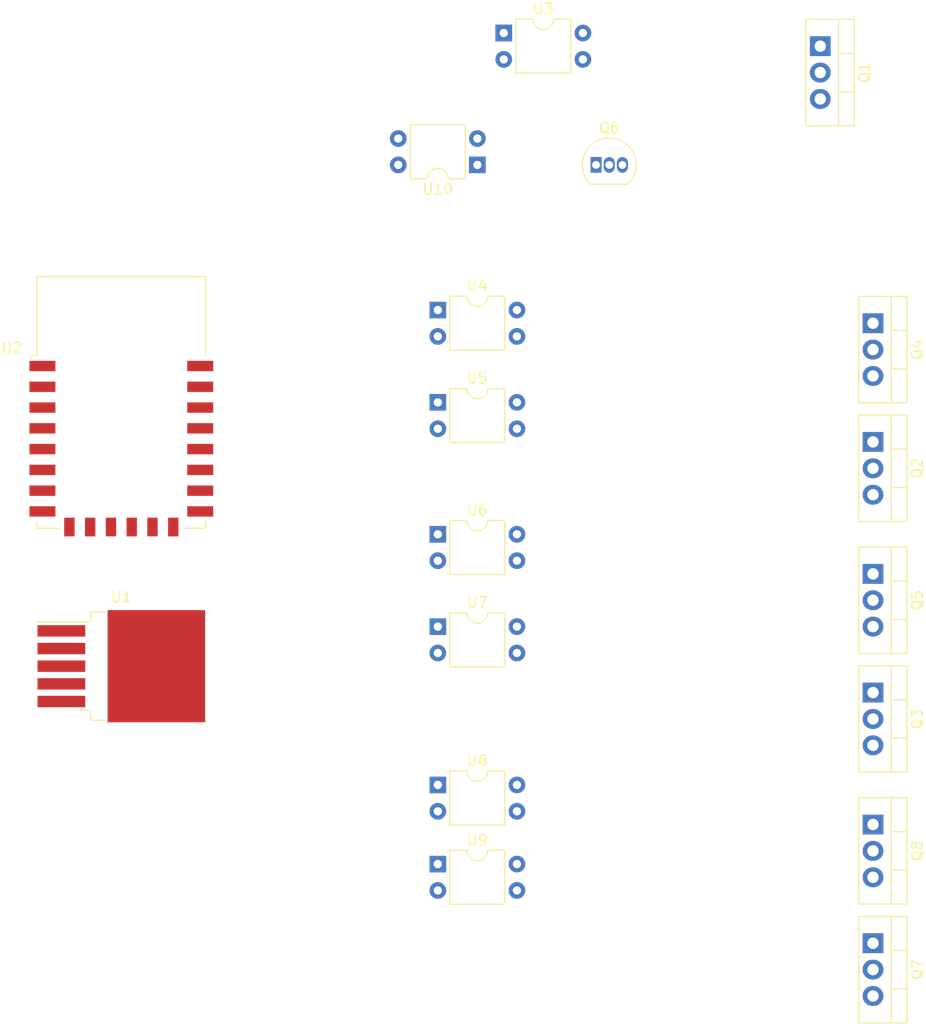
<source format=kicad_pcb>
(kicad_pcb (version 20211014) (generator pcbnew)
  (layers (0 "F.Cu" signal) (31 "B.Cu" signal) (34 "B.Paste" user) (35 "F.Paste" user) (36 "B.SilkS" user "B.Silkscreen") (37 "F.SilkS" user "F.Silkscreen") (38 "B.Mask" user) (39 "F.Mask" user) (44 "Edge.Cuts" user))
  (net 0 "")
  (net 1 "GND")
  (net 2 "Net-(D1-Pad2)")
  (net 3 "Net-(Q1-Pad1)")
  (net 4 "Net-(J1-Pad1)")
  (net 5 "Net-(Q2-Pad1)")
  (net 6 "Net-(Q3-Pad3)")
  (net 7 "Net-(J1-Pad2)")
  (net 8 "Net-(Q3-Pad1)")
  (net 9 "+12V")
  (net 10 "Net-(Q4-Pad1)")
  (net 11 "Net-(Q5-Pad1)")
  (net 12 "Net-(Q6-Pad1)")
  (net 13 "Net-(Q6-Pad3)")
  (net 14 "Net-(Q6-Pad2)")
  (net 15 "Net-(J1-Pad3)")
  (net 16 "Net-(Q7-Pad1)")
  (net 17 "Net-(Q8-Pad1)")
  (net 18 "Net-(U1-Pad5)")
  (net 19 "Net-(U1-Pad4)")
  (net 20 "+5V")
  (net 21 "Net-(U2-Pad22)")
  (net 22 "Net-(U2-Pad21)")
  (net 23 "Net-(U2-Pad20)")
  (net 24 "Net-(U2-Pad19)")
  (net 25 "Net-(U2-Pad18)")
  (net 26 "Net-(U10-Pad4)")
  (net 27 "Net-(U2-Pad16)")
  (net 28 "Net-(U2-Pad14)")
  (net 29 "Net-(U2-Pad13)")
  (net 30 "Net-(U2-Pad12)")
  (net 31 "Net-(U2-Pad11)")
  (net 32 "Net-(U2-Pad10)")
  (net 33 "Net-(U2-Pad9)")
  (net 34 "Net-(U2-Pad7)")
  (net 35 "Net-(U2-Pad6)")
  (net 36 "Net-(U2-Pad5)")
  (net 37 "Net-(U2-Pad4)")
  (net 38 "Net-(U2-Pad3)")
  (net 39 "Net-(U2-Pad2)")
  (net 40 "Net-(U2-Pad1)")
  (net 41 "Net-(R1-Pad2)")
  (net 42 "Net-(R8-Pad2)")
  (net 43 "Net-(R7-Pad2)")
  (net 44 "Net-(R9-Pad2)")
  (net 45 "Net-(R2-Pad2)")
  (net 46 "Net-(R10-Pad2)")
  (net 47 "Net-(R3-Pad2)")
  (net 48 "Net-(R11-Pad2)")
  (net 49 "Net-(R4-Pad2)")
  (net 50 "Net-(R12-Pad2)")
  (net 51 "Net-(R5-Pad2)")
  (net 52 "Net-(R13-Pad2)")
  (net 53 "Net-(R6-Pad2)")
  (footprint "Package_TO_SOT_THT:TO-220-3_Vertical" (layer "F.Cu") (at 154.94 43.18 -90)
    (fp_text reference "Q1" (at 2.54 -4.27 90) (layer "F.SilkS"))
    (fp_text value "IRF3205")
    (fp_line (start -2.58 -3.27) (end 7.66 -3.27) (layer "F.SilkS") (width 0.12))
    (fp_line (start -2.58 1.371) (end 7.66 1.371) (layer "F.SilkS") (width 0.12))
    (fp_line (start 7.66 -3.27) (end 7.66 1.371) (layer "F.SilkS") (width 0.12))
    (fp_line (start -2.58 -1.76) (end 7.66 -1.76) (layer "F.SilkS") (width 0.12))
    (fp_line (start 4.391 -3.27) (end 4.391 -1.76) (layer "F.SilkS") (width 0.12))
    (fp_line (start -2.58 -3.27) (end -2.58 1.371) (layer "F.SilkS") (width 0.12))
    (fp_line (start 0.69 -3.27) (end 0.69 -1.76) (layer "F.SilkS") (width 0.12))
    (pad "1" thru_hole rect locked (at 0 0 270) (size 1.905 2) (drill 1.1) (layers *.Cu *.Mask) (net 3 "Net-(Q1-Pad1)"))
    (pad "2" thru_hole oval locked (at 2.54 0 270) (size 1.905 2) (drill 1.1) (layers *.Cu *.Mask) (net 2 "Net-(D1-Pad2)"))
    (pad "3" thru_hole oval locked (at 5.08 0 270) (size 1.905 2) (drill 1.1) (layers *.Cu *.Mask) (net 1 "GND"))
  )
  (footprint "Package_TO_SOT_THT:TO-220-3_Vertical" (layer "F.Cu") (at 160.02 81.28 -90)
    (fp_text reference "Q2" (at 2.54 -4.27 90) (layer "F.SilkS"))
    (fp_text value "IRF3205")
    (fp_line (start 0.69 -3.27) (end 0.69 -1.76) (layer "F.SilkS") (width 0.12))
    (fp_line (start -2.58 -3.27) (end -2.58 1.371) (layer "F.SilkS") (width 0.12))
    (fp_line (start -2.58 1.371) (end 7.66 1.371) (layer "F.SilkS") (width 0.12))
    (fp_line (start 7.66 -3.27) (end 7.66 1.371) (layer "F.SilkS") (width 0.12))
    (fp_line (start -2.58 -3.27) (end 7.66 -3.27) (layer "F.SilkS") (width 0.12))
    (fp_line (start 4.391 -3.27) (end 4.391 -1.76) (layer "F.SilkS") (width 0.12))
    (fp_line (start -2.58 -1.76) (end 7.66 -1.76) (layer "F.SilkS") (width 0.12))
    (pad "1" thru_hole rect locked (at 0 0 270) (size 1.905 2) (drill 1.1) (layers *.Cu *.Mask) (net 5 "Net-(Q2-Pad1)"))
    (pad "2" thru_hole oval locked (at 2.54 0 270) (size 1.905 2) (drill 1.1) (layers *.Cu *.Mask) (net 4 "Net-(J1-Pad1)"))
    (pad "3" thru_hole oval locked (at 5.08 0 270) (size 1.905 2) (drill 1.1) (layers *.Cu *.Mask) (net 1 "GND"))
  )
  (footprint "Package_TO_SOT_THT:TO-220-3_Vertical" (layer "F.Cu") (at 160.02 105.41 -90)
    (fp_text reference "Q3" (at 2.54 -4.27 90) (layer "F.SilkS"))
    (fp_text value "IRF3205")
    (fp_line (start -2.58 -1.76) (end 7.66 -1.76) (layer "F.SilkS") (width 0.12))
    (fp_line (start 4.391 -3.27) (end 4.391 -1.76) (layer "F.SilkS") (width 0.12))
    (fp_line (start -2.58 1.371) (end 7.66 1.371) (layer "F.SilkS") (width 0.12))
    (fp_line (start -2.58 -3.27) (end -2.58 1.371) (layer "F.SilkS") (width 0.12))
    (fp_line (start 0.69 -3.27) (end 0.69 -1.76) (layer "F.SilkS") (width 0.12))
    (fp_line (start -2.58 -3.27) (end 7.66 -3.27) (layer "F.SilkS") (width 0.12))
    (fp_line (start 7.66 -3.27) (end 7.66 1.371) (layer "F.SilkS") (width 0.12))
    (pad "1" thru_hole rect locked (at 0 0 270) (size 1.905 2) (drill 1.1) (layers *.Cu *.Mask) (net 8 "Net-(Q3-Pad1)"))
    (pad "2" thru_hole oval locked (at 2.54 0 270) (size 1.905 2) (drill 1.1) (layers *.Cu *.Mask) (net 7 "Net-(J1-Pad2)"))
    (pad "3" thru_hole oval locked (at 5.08 0 270) (size 1.905 2) (drill 1.1) (layers *.Cu *.Mask) (net 6 "Net-(Q3-Pad3)"))
  )
  (footprint "Package_TO_SOT_THT:TO-220-3_Vertical" (layer "F.Cu") (at 160.02 69.85 -90)
    (fp_text reference "Q4" (at 2.54 -4.27 90) (layer "F.SilkS"))
    (fp_text value "IRF3205")
    (fp_line (start -2.58 1.371) (end 7.66 1.371) (layer "F.SilkS") (width 0.12))
    (fp_line (start -2.58 -3.27) (end -2.58 1.371) (layer "F.SilkS") (width 0.12))
    (fp_line (start -2.58 -1.76) (end 7.66 -1.76) (layer "F.SilkS") (width 0.12))
    (fp_line (start 7.66 -3.27) (end 7.66 1.371) (layer "F.SilkS") (width 0.12))
    (fp_line (start 0.69 -3.27) (end 0.69 -1.76) (layer "F.SilkS") (width 0.12))
    (fp_line (start -2.58 -3.27) (end 7.66 -3.27) (layer "F.SilkS") (width 0.12))
    (fp_line (start 4.391 -3.27) (end 4.391 -1.76) (layer "F.SilkS") (width 0.12))
    (pad "1" thru_hole rect locked (at 0 0 270) (size 1.905 2) (drill 1.1) (layers *.Cu *.Mask) (net 10 "Net-(Q4-Pad1)"))
    (pad "2" thru_hole oval locked (at 2.54 0 270) (size 1.905 2) (drill 1.1) (layers *.Cu *.Mask) (net 9 "+12V"))
    (pad "3" thru_hole oval locked (at 5.08 0 270) (size 1.905 2) (drill 1.1) (layers *.Cu *.Mask) (net 4 "Net-(J1-Pad1)"))
  )
  (footprint "Package_TO_SOT_THT:TO-220-3_Vertical" (layer "F.Cu") (at 160.02 93.98 -90)
    (fp_text reference "Q5" (at 2.54 -4.27 90) (layer "F.SilkS"))
    (fp_text value "IRF3205")
    (fp_line (start -2.58 -1.76) (end 7.66 -1.76) (layer "F.SilkS") (width 0.12))
    (fp_line (start -2.58 1.371) (end 7.66 1.371) (layer "F.SilkS") (width 0.12))
    (fp_line (start -2.58 -3.27) (end 7.66 -3.27) (layer "F.SilkS") (width 0.12))
    (fp_line (start 4.391 -3.27) (end 4.391 -1.76) (layer "F.SilkS") (width 0.12))
    (fp_line (start -2.58 -3.27) (end -2.58 1.371) (layer "F.SilkS") (width 0.12))
    (fp_line (start 7.66 -3.27) (end 7.66 1.371) (layer "F.SilkS") (width 0.12))
    (fp_line (start 0.69 -3.27) (end 0.69 -1.76) (layer "F.SilkS") (width 0.12))
    (pad "1" thru_hole rect locked (at 0 0 270) (size 1.905 2) (drill 1.1) (layers *.Cu *.Mask) (net 11 "Net-(Q5-Pad1)"))
    (pad "2" thru_hole oval locked (at 2.54 0 270) (size 1.905 2) (drill 1.1) (layers *.Cu *.Mask) (net 9 "+12V"))
    (pad "3" thru_hole oval locked (at 5.08 0 270) (size 1.905 2) (drill 1.1) (layers *.Cu *.Mask) (net 7 "Net-(J1-Pad2)"))
  )
  (footprint "Package_TO_SOT_THT:TO-92_Inline" (layer "F.Cu") (at 133.35 54.61)
    (fp_text reference "Q6" (at 1.27 -3.56) (layer "F.SilkS"))
    (fp_text value "2N7000")
    (fp_line (start -0.53 1.85) (end 3.07 1.85) (layer "F.SilkS") (width 0.12))
    (fp_arc (start -0.568478 1.838478) (mid -1.132087 -0.994977) (end 1.27 -2.6) (layer "F.SilkS") (width 0.12))
    (fp_arc (start 1.27 -2.6) (mid 3.672087 -0.994977) (end 3.108478 1.838478) (layer "F.SilkS") (width 0.12))
    (pad "1" thru_hole rect locked (at 0 0) (size 1.05 1.5) (drill 0.75) (layers *.Cu *.Mask) (net 12 "Net-(Q6-Pad1)"))
    (pad "2" thru_hole oval locked (at 1.27 0) (size 1.05 1.5) (drill 0.75) (layers *.Cu *.Mask) (net 14 "Net-(Q6-Pad2)"))
    (pad "3" thru_hole oval locked (at 2.54 0) (size 1.05 1.5) (drill 0.75) (layers *.Cu *.Mask) (net 13 "Net-(Q6-Pad3)"))
  )
  (footprint "Package_TO_SOT_THT:TO-220-3_Vertical" (layer "F.Cu") (at 160.02 129.54 -90)
    (fp_text reference "Q7" (at 2.54 -4.27 90) (layer "F.SilkS"))
    (fp_text value "IRF3205")
    (fp_line (start -2.58 1.371) (end 7.66 1.371) (layer "F.SilkS") (width 0.12))
    (fp_line (start -2.58 -1.76) (end 7.66 -1.76) (layer "F.SilkS") (width 0.12))
    (fp_line (start 7.66 -3.27) (end 7.66 1.371) (layer "F.SilkS") (width 0.12))
    (fp_line (start 4.391 -3.27) (end 4.391 -1.76) (layer "F.SilkS") (width 0.12))
    (fp_line (start -2.58 -3.27) (end 7.66 -3.27) (layer "F.SilkS") (width 0.12))
    (fp_line (start -2.58 -3.27) (end -2.58 1.371) (layer "F.SilkS") (width 0.12))
    (fp_line (start 0.69 -3.27) (end 0.69 -1.76) (layer "F.SilkS") (width 0.12))
    (pad "1" thru_hole rect locked (at 0 0 270) (size 1.905 2) (drill 1.1) (layers *.Cu *.Mask) (net 16 "Net-(Q7-Pad1)"))
    (pad "2" thru_hole oval locked (at 2.54 0 270) (size 1.905 2) (drill 1.1) (layers *.Cu *.Mask) (net 15 "Net-(J1-Pad3)"))
    (pad "3" thru_hole oval locked (at 5.08 0 270) (size 1.905 2) (drill 1.1) (layers *.Cu *.Mask) (net 1 "GND"))
  )
  (footprint "Package_TO_SOT_THT:TO-220-3_Vertical" (layer "F.Cu") (at 160.02 118.11 -90)
    (fp_text reference "Q8" (at 2.54 -4.27 90) (layer "F.SilkS"))
    (fp_text value "IRF3205")
    (fp_line (start 4.391 -3.27) (end 4.391 -1.76) (layer "F.SilkS") (width 0.12))
    (fp_line (start -2.58 -3.27) (end -2.58 1.371) (layer "F.SilkS") (width 0.12))
    (fp_line (start 0.69 -3.27) (end 0.69 -1.76) (layer "F.SilkS") (width 0.12))
    (fp_line (start -2.58 1.371) (end 7.66 1.371) (layer "F.SilkS") (width 0.12))
    (fp_line (start 7.66 -3.27) (end 7.66 1.371) (layer "F.SilkS") (width 0.12))
    (fp_line (start -2.58 -3.27) (end 7.66 -3.27) (layer "F.SilkS") (width 0.12))
    (fp_line (start -2.58 -1.76) (end 7.66 -1.76) (layer "F.SilkS") (width 0.12))
    (pad "1" thru_hole rect locked (at 0 0 270) (size 1.905 2) (drill 1.1) (layers *.Cu *.Mask) (net 17 "Net-(Q8-Pad1)"))
    (pad "2" thru_hole oval locked (at 2.54 0 270) (size 1.905 2) (drill 1.1) (layers *.Cu *.Mask) (net 9 "+12V"))
    (pad "3" thru_hole oval locked (at 5.08 0 270) (size 1.905 2) (drill 1.1) (layers *.Cu *.Mask) (net 15 "Net-(J1-Pad3)"))
  )
  (footprint "Package_TO_SOT_SMD:TO-263-5_TabPin3" (layer "F.Cu") (at 87.63 102.87)
    (fp_text reference "U1" (at 0 -6.65) (layer "F.SilkS"))
    (fp_text value "LM2576HVS-5")
    (fp_line (start -1.45 -5.2) (end -2.95 -5.2) (layer "F.SilkS") (width 0.12))
    (fp_line (start -1.45 5.2) (end -2.95 5.2) (layer "F.SilkS") (width 0.12))
    (fp_line (start -2.95 -4.25) (end -8.075 -4.25) (layer "F.SilkS") (width 0.12))
    (fp_line (start -2.95 -5.2) (end -2.95 -4.25) (layer "F.SilkS") (width 0.12))
    (fp_line (start -2.95 4.25) (end -4.05 4.25) (layer "F.SilkS") (width 0.12))
    (fp_line (start -2.95 5.2) (end -2.95 4.25) (layer "F.SilkS") (width 0.12))
    (pad "1" smd rect locked (at -5.775 -3.4) (size 4.6 1.1) (layers "F.Cu" "F.Paste" "F.Mask") (net 9 "+12V"))
    (pad "2" smd rect locked (at -5.775 -1.7) (size 4.6 1.1) (layers "F.Cu" "F.Paste" "F.Mask") (net 20 "+5V"))
    (pad "3" smd rect locked (at -5.775 0) (size 4.6 1.1) (layers "F.Cu" "F.Paste" "F.Mask") (net 1 "GND"))
    (pad "3" smd rect locked (at 3.375 0) (size 9.4 10.8) (layers "F.Cu" "F.Mask") (net 1 "GND"))
    (pad "4" smd rect locked (at -5.775 1.7) (size 4.6 1.1) (layers "F.Cu" "F.Paste" "F.Mask") (net 19 "Net-(U1-Pad4)"))
    (pad "5" smd rect locked (at -5.775 3.4) (size 4.6 1.1) (layers "F.Cu" "F.Paste" "F.Mask") (net 18 "Net-(U1-Pad5)"))
  )
  (footprint "RF_Module:ESP-12E" (layer "F.Cu") (at 87.63 77.47)
    (fp_text reference "U2" (at -10.56 -5.26) (layer "F.SilkS"))
    (fp_text value "ESP-12E")
    (fp_line (start -8.12 12.12) (end -8.12 11.5) (layer "F.SilkS") (width 0.12))
    (fp_line (start 8.12 11.5) (end 8.12 12.12) (layer "F.SilkS") (width 0.12))
    (fp_line (start -6 12.12) (end -8.12 12.12) (layer "F.SilkS") (width 0.12))
    (fp_line (start -8.12 -4.5) (end -8.73 -4.5) (layer "F.SilkS") (width 0.12))
    (fp_line (start 8.12 -12.12) (end 8.12 -4.5) (layer "F.SilkS") (width 0.12))
    (fp_line (start 8.12 12.12) (end 6 12.12) (layer "F.SilkS") (width 0.12))
    (fp_line (start -8.12 -12.12) (end 8.12 -12.12) (layer "F.SilkS") (width 0.12))
    (fp_line (start -8.12 -4.5) (end -8.12 -12.12) (layer "F.SilkS") (width 0.12))
    (pad "1" smd rect locked (at -7.6 -3.5) (size 2.5 1) (layers "F.Cu" "F.Paste" "F.Mask") (net 40 "Net-(U2-Pad1)"))
    (pad "2" smd rect locked (at -7.6 -1.5) (size 2.5 1) (layers "F.Cu" "F.Paste" "F.Mask") (net 39 "Net-(U2-Pad2)"))
    (pad "3" smd rect locked (at -7.6 0.5) (size 2.5 1) (layers "F.Cu" "F.Paste" "F.Mask") (net 38 "Net-(U2-Pad3)"))
    (pad "4" smd rect locked (at -7.6 2.5) (size 2.5 1) (layers "F.Cu" "F.Paste" "F.Mask") (net 37 "Net-(U2-Pad4)"))
    (pad "5" smd rect locked (at -7.6 4.5) (size 2.5 1) (layers "F.Cu" "F.Paste" "F.Mask") (net 36 "Net-(U2-Pad5)"))
    (pad "6" smd rect locked (at -7.6 6.5) (size 2.5 1) (layers "F.Cu" "F.Paste" "F.Mask") (net 35 "Net-(U2-Pad6)"))
    (pad "7" smd rect locked (at -7.6 8.5) (size 2.5 1) (layers "F.Cu" "F.Paste" "F.Mask") (net 34 "Net-(U2-Pad7)"))
    (pad "8" smd rect locked (at -7.6 10.5) (size 2.5 1) (layers "F.Cu" "F.Paste" "F.Mask") (net 20 "+5V"))
    (pad "9" smd rect locked (at -5 12) (size 1 1.8) (layers "F.Cu" "F.Paste" "F.Mask") (net 33 "Net-(U2-Pad9)"))
    (pad "10" smd rect locked (at -3 12) (size 1 1.8) (layers "F.Cu" "F.Paste" "F.Mask") (net 32 "Net-(U2-Pad10)"))
    (pad "11" smd rect locked (at -1 12) (size 1 1.8) (layers "F.Cu" "F.Paste" "F.Mask") (net 31 "Net-(U2-Pad11)"))
    (pad "12" smd rect locked (at 1 12) (size 1 1.8) (layers "F.Cu" "F.Paste" "F.Mask") (net 30 "Net-(U2-Pad12)"))
    (pad "13" smd rect locked (at 3 12) (size 1 1.8) (layers "F.Cu" "F.Paste" "F.Mask") (net 29 "Net-(U2-Pad13)"))
    (pad "14" smd rect locked (at 5 12) (size 1 1.8) (layers "F.Cu" "F.Paste" "F.Mask") (net 28 "Net-(U2-Pad14)"))
    (pad "15" smd rect locked (at 7.6 10.5) (size 2.5 1) (layers "F.Cu" "F.Paste" "F.Mask") (net 1 "GND"))
    (pad "16" smd rect locked (at 7.6 8.5) (size 2.5 1) (layers "F.Cu" "F.Paste" "F.Mask") (net 27 "Net-(U2-Pad16)"))
    (pad "17" smd rect locked (at 7.6 6.5) (size 2.5 1) (layers "F.Cu" "F.Paste" "F.Mask") (net 26 "Net-(U10-Pad4)"))
    (pad "18" smd rect locked (at 7.6 4.5) (size 2.5 1) (layers "F.Cu" "F.Paste" "F.Mask") (net 25 "Net-(U2-Pad18)"))
    (pad "19" smd rect locked (at 7.6 2.5) (size 2.5 1) (layers "F.Cu" "F.Paste" "F.Mask") (net 24 "Net-(U2-Pad19)"))
    (pad "20" smd rect locked (at 7.6 0.5) (size 2.5 1) (layers "F.Cu" "F.Paste" "F.Mask") (net 23 "Net-(U2-Pad20)"))
    (pad "21" smd rect locked (at 7.6 -1.5) (size 2.5 1) (layers "F.Cu" "F.Paste" "F.Mask") (net 22 "Net-(U2-Pad21)"))
    (pad "22" smd rect locked (at 7.6 -3.5) (size 2.5 1) (layers "F.Cu" "F.Paste" "F.Mask") (net 21 "Net-(U2-Pad22)"))
  )
  (footprint "Package_DIP:DIP-4_W7.62mm" (layer "F.Cu") (at 124.46 41.91)
    (fp_text reference "U3" (at 3.81 -2.33) (layer "F.SilkS"))
    (fp_text value "PC817")
    (fp_line (start 6.46 3.87) (end 6.46 -1.33) (layer "F.SilkS") (width 0.12))
    (fp_line (start 1.16 3.87) (end 6.46 3.87) (layer "F.SilkS") (width 0.12))
    (fp_line (start 1.16 -1.33) (end 1.16 3.87) (layer "F.SilkS") (width 0.12))
    (fp_line (start 2.81 -1.33) (end 1.16 -1.33) (layer "F.SilkS") (width 0.12))
    (fp_line (start 6.46 -1.33) (end 4.81 -1.33) (layer "F.SilkS") (width 0.12))
    (fp_arc (start 4.81 -1.33) (mid 3.81 -0.33) (end 2.81 -1.33) (layer "F.SilkS") (width 0.12))
    (pad "1" thru_hole rect locked (at 0 0) (size 1.6 1.6) (drill 0.8) (layers *.Cu *.Mask) (net 23 "Net-(U2-Pad20)"))
    (pad "2" thru_hole oval locked (at 0 2.54) (size 1.6 1.6) (drill 0.8) (layers *.Cu *.Mask) (net 41 "Net-(R1-Pad2)"))
    (pad "3" thru_hole oval locked (at 7.62 2.54) (size 1.6 1.6) (drill 0.8) (layers *.Cu *.Mask) (net 3 "Net-(Q1-Pad1)"))
    (pad "4" thru_hole oval locked (at 7.62 0) (size 1.6 1.6) (drill 0.8) (layers *.Cu *.Mask) (net 9 "+12V"))
  )
  (footprint "Package_DIP:DIP-4_W7.62mm" (layer "F.Cu") (at 118.11 68.58)
    (fp_text reference "U4" (at 3.81 -2.33) (layer "F.SilkS"))
    (fp_text value "PC817")
    (fp_line (start 1.16 3.87) (end 6.46 3.87) (layer "F.SilkS") (width 0.12))
    (fp_line (start 6.46 -1.33) (end 4.81 -1.33) (layer "F.SilkS") (width 0.12))
    (fp_line (start 6.46 3.87) (end 6.46 -1.33) (layer "F.SilkS") (width 0.12))
    (fp_line (start 1.16 -1.33) (end 1.16 3.87) (layer "F.SilkS") (width 0.12))
    (fp_line (start 2.81 -1.33) (end 1.16 -1.33) (layer "F.SilkS") (width 0.12))
    (fp_arc (start 4.81 -1.33) (mid 3.81 -0.33) (end 2.81 -1.33) (layer "F.SilkS") (width 0.12))
    (pad "1" thru_hole rect locked (at 0 0) (size 1.6 1.6) (drill 0.8) (layers *.Cu *.Mask) (net 27 "Net-(U2-Pad16)"))
    (pad "2" thru_hole oval locked (at 0 2.54) (size 1.6 1.6) (drill 0.8) (layers *.Cu *.Mask) (net 43 "Net-(R7-Pad2)"))
    (pad "3" thru_hole oval locked (at 7.62 2.54) (size 1.6 1.6) (drill 0.8) (layers *.Cu *.Mask) (net 10 "Net-(Q4-Pad1)"))
    (pad "4" thru_hole oval locked (at 7.62 0) (size 1.6 1.6) (drill 0.8) (layers *.Cu *.Mask) (net 42 "Net-(R8-Pad2)"))
  )
  (footprint "Package_DIP:DIP-4_W7.62mm" (layer "F.Cu") (at 118.11 77.47)
    (fp_text reference "U5" (at 3.81 -2.33) (layer "F.SilkS"))
    (fp_text value "PC817")
    (fp_line (start 1.16 3.87) (end 6.46 3.87) (layer "F.SilkS") (width 0.12))
    (fp_line (start 1.16 -1.33) (end 1.16 3.87) (layer "F.SilkS") (width 0.12))
    (fp_line (start 6.46 -1.33) (end 4.81 -1.33) (layer "F.SilkS") (width 0.12))
    (fp_line (start 6.46 3.87) (end 6.46 -1.33) (layer "F.SilkS") (width 0.12))
    (fp_line (start 2.81 -1.33) (end 1.16 -1.33) (layer "F.SilkS") (width 0.12))
    (fp_arc (start 4.81 -1.33) (mid 3.81 -0.33) (end 2.81 -1.33) (layer "F.SilkS") (width 0.12))
    (pad "1" thru_hole rect locked (at 0 0) (size 1.6 1.6) (drill 0.8) (layers *.Cu *.Mask) (net 24 "Net-(U2-Pad19)"))
    (pad "2" thru_hole oval locked (at 0 2.54) (size 1.6 1.6) (drill 0.8) (layers *.Cu *.Mask) (net 45 "Net-(R2-Pad2)"))
    (pad "3" thru_hole oval locked (at 7.62 2.54) (size 1.6 1.6) (drill 0.8) (layers *.Cu *.Mask) (net 5 "Net-(Q2-Pad1)"))
    (pad "4" thru_hole oval locked (at 7.62 0) (size 1.6 1.6) (drill 0.8) (layers *.Cu *.Mask) (net 44 "Net-(R9-Pad2)"))
  )
  (footprint "Package_DIP:DIP-4_W7.62mm" (layer "F.Cu") (at 118.11 90.17)
    (fp_text reference "U6" (at 3.81 -2.33) (layer "F.SilkS"))
    (fp_text value "PC817")
    (fp_line (start 1.16 3.87) (end 6.46 3.87) (layer "F.SilkS") (width 0.12))
    (fp_line (start 6.46 -1.33) (end 4.81 -1.33) (layer "F.SilkS") (width 0.12))
    (fp_line (start 2.81 -1.33) (end 1.16 -1.33) (layer "F.SilkS") (width 0.12))
    (fp_line (start 6.46 3.87) (end 6.46 -1.33) (layer "F.SilkS") (width 0.12))
    (fp_line (start 1.16 -1.33) (end 1.16 3.87) (layer "F.SilkS") (width 0.12))
    (fp_arc (start 4.81 -1.33) (mid 3.81 -0.33) (end 2.81 -1.33) (layer "F.SilkS") (width 0.12))
    (pad "1" thru_hole rect locked (at 0 0) (size 1.6 1.6) (drill 0.8) (layers *.Cu *.Mask) (net 36 "Net-(U2-Pad5)"))
    (pad "2" thru_hole oval locked (at 0 2.54) (size 1.6 1.6) (drill 0.8) (layers *.Cu *.Mask) (net 47 "Net-(R3-Pad2)"))
    (pad "3" thru_hole oval locked (at 7.62 2.54) (size 1.6 1.6) (drill 0.8) (layers *.Cu *.Mask) (net 11 "Net-(Q5-Pad1)"))
    (pad "4" thru_hole oval locked (at 7.62 0) (size 1.6 1.6) (drill 0.8) (layers *.Cu *.Mask) (net 46 "Net-(R10-Pad2)"))
  )
  (footprint "Package_DIP:DIP-4_W7.62mm" (layer "F.Cu") (at 118.11 99.06)
    (fp_text reference "U7" (at 3.81 -2.33) (layer "F.SilkS"))
    (fp_text value "PC817")
    (fp_line (start 2.81 -1.33) (end 1.16 -1.33) (layer "F.SilkS") (width 0.12))
    (fp_line (start 1.16 3.87) (end 6.46 3.87) (layer "F.SilkS") (width 0.12))
    (fp_line (start 6.46 3.87) (end 6.46 -1.33) (layer "F.SilkS") (width 0.12))
    (fp_line (start 6.46 -1.33) (end 4.81 -1.33) (layer "F.SilkS") (width 0.12))
    (fp_line (start 1.16 -1.33) (end 1.16 3.87) (layer "F.SilkS") (width 0.12))
    (fp_arc (start 4.81 -1.33) (mid 3.81 -0.33) (end 2.81 -1.33) (layer "F.SilkS") (width 0.12))
    (pad "1" thru_hole rect locked (at 0 0) (size 1.6 1.6) (drill 0.8) (layers *.Cu *.Mask) (net 35 "Net-(U2-Pad6)"))
    (pad "2" thru_hole oval locked (at 0 2.54) (size 1.6 1.6) (drill 0.8) (layers *.Cu *.Mask) (net 49 "Net-(R4-Pad2)"))
    (pad "3" thru_hole oval locked (at 7.62 2.54) (size 1.6 1.6) (drill 0.8) (layers *.Cu *.Mask) (net 8 "Net-(Q3-Pad1)"))
    (pad "4" thru_hole oval locked (at 7.62 0) (size 1.6 1.6) (drill 0.8) (layers *.Cu *.Mask) (net 48 "Net-(R11-Pad2)"))
  )
  (footprint "Package_DIP:DIP-4_W7.62mm" (layer "F.Cu") (at 118.11 114.3)
    (fp_text reference "U8" (at 3.81 -2.33) (layer "F.SilkS"))
    (fp_text value "PC817")
    (fp_line (start 1.16 3.87) (end 6.46 3.87) (layer "F.SilkS") (width 0.12))
    (fp_line (start 2.81 -1.33) (end 1.16 -1.33) (layer "F.SilkS") (width 0.12))
    (fp_line (start 6.46 -1.33) (end 4.81 -1.33) (layer "F.SilkS") (width 0.12))
    (fp_line (start 6.46 3.87) (end 6.46 -1.33) (layer "F.SilkS") (width 0.12))
    (fp_line (start 1.16 -1.33) (end 1.16 3.87) (layer "F.SilkS") (width 0.12))
    (fp_arc (start 4.81 -1.33) (mid 3.81 -0.33) (end 2.81 -1.33) (layer "F.SilkS") (width 0.12))
    (pad "1" thru_hole rect locked (at 0 0) (size 1.6 1.6) (drill 0.8) (layers *.Cu *.Mask) (net 34 "Net-(U2-Pad7)"))
    (pad "2" thru_hole oval locked (at 0 2.54) (size 1.6 1.6) (drill 0.8) (layers *.Cu *.Mask) (net 51 "Net-(R5-Pad2)"))
    (pad "3" thru_hole oval locked (at 7.62 2.54) (size 1.6 1.6) (drill 0.8) (layers *.Cu *.Mask) (net 17 "Net-(Q8-Pad1)"))
    (pad "4" thru_hole oval locked (at 7.62 0) (size 1.6 1.6) (drill 0.8) (layers *.Cu *.Mask) (net 50 "Net-(R12-Pad2)"))
  )
  (footprint "Package_DIP:DIP-4_W7.62mm" (layer "F.Cu") (at 118.11 121.92)
    (fp_text reference "U9" (at 3.81 -2.33) (layer "F.SilkS"))
    (fp_text value "PC817")
    (fp_line (start 1.16 -1.33) (end 1.16 3.87) (layer "F.SilkS") (width 0.12))
    (fp_line (start 1.16 3.87) (end 6.46 3.87) (layer "F.SilkS") (width 0.12))
    (fp_line (start 6.46 3.87) (end 6.46 -1.33) (layer "F.SilkS") (width 0.12))
    (fp_line (start 2.81 -1.33) (end 1.16 -1.33) (layer "F.SilkS") (width 0.12))
    (fp_line (start 6.46 -1.33) (end 4.81 -1.33) (layer "F.SilkS") (width 0.12))
    (fp_arc (start 4.81 -1.33) (mid 3.81 -0.33) (end 2.81 -1.33) (layer "F.SilkS") (width 0.12))
    (pad "1" thru_hole rect locked (at 0 0) (size 1.6 1.6) (drill 0.8) (layers *.Cu *.Mask) (net 37 "Net-(U2-Pad4)"))
    (pad "2" thru_hole oval locked (at 0 2.54) (size 1.6 1.6) (drill 0.8) (layers *.Cu *.Mask) (net 53 "Net-(R6-Pad2)"))
    (pad "3" thru_hole oval locked (at 7.62 2.54) (size 1.6 1.6) (drill 0.8) (layers *.Cu *.Mask) (net 16 "Net-(Q7-Pad1)"))
    (pad "4" thru_hole oval locked (at 7.62 0) (size 1.6 1.6) (drill 0.8) (layers *.Cu *.Mask) (net 52 "Net-(R13-Pad2)"))
  )
  (footprint "Package_DIP:DIP-4_W7.62mm" (layer "F.Cu") (at 121.92 54.61 180)
    (fp_text reference "U10" (at 3.81 -2.33) (layer "F.SilkS"))
    (fp_text value "PC817")
    (fp_line (start 2.81 -1.33) (end 1.16 -1.33) (layer "F.SilkS") (width 0.12))
    (fp_line (start 1.16 3.87) (end 6.46 3.87) (layer "F.SilkS") (width 0.12))
    (fp_line (start 6.46 -1.33) (end 4.81 -1.33) (layer "F.SilkS") (width 0.12))
    (fp_line (start 1.16 -1.33) (end 1.16 3.87) (layer "F.SilkS") (width 0.12))
    (fp_line (start 6.46 3.87) (end 6.46 -1.33) (layer "F.SilkS") (width 0.12))
    (fp_arc (start 4.81 -1.33) (mid 3.81 -0.33) (end 2.81 -1.33) (layer "F.SilkS") (width 0.12))
    (pad "1" thru_hole rect locked (at 0 0 180) (size 1.6 1.6) (drill 0.8) (layers *.Cu *.Mask) (net 12 "Net-(Q6-Pad1)"))
    (pad "2" thru_hole oval locked (at 0 2.54 180) (size 1.6 1.6) (drill 0.8) (layers *.Cu *.Mask) (net 1 "GND"))
    (pad "3" thru_hole oval locked (at 7.62 2.54 180) (size 1.6 1.6) (drill 0.8) (layers *.Cu *.Mask) (net 1 "GND"))
    (pad "4" thru_hole oval locked (at 7.62 0 180) (size 1.6 1.6) (drill 0.8) (layers *.Cu *.Mask) (net 26 "Net-(U10-Pad4)"))
  )
)
</source>
